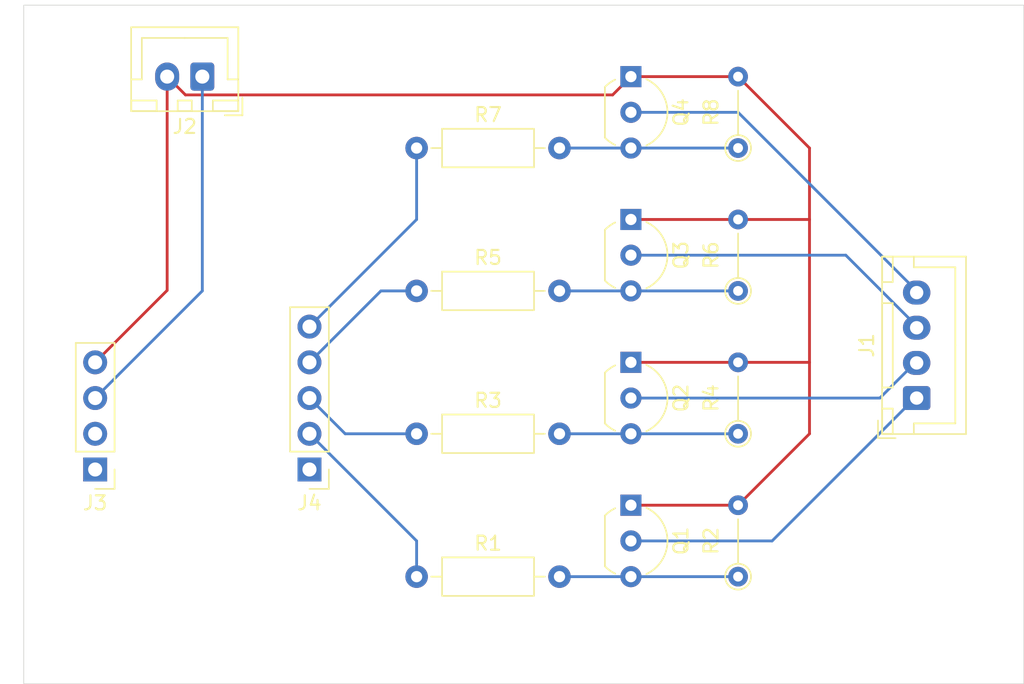
<source format=kicad_pcb>
(kicad_pcb (version 20241229) (generator "pcbnew") (generator_version "9.0")
  (layers (0 "F.Cu" signal) (2 "B.Cu" signal) (13 "F.Paste" user) (15 "B.Paste" user) (5 "F.SilkS" user "F.Silkscreen") (7 "B.SilkS" user "B.Silkscreen") (1 "F.Mask" user) (3 "B.Mask" user) (25 "Edge.Cuts" user))
  (net 0 "")
  (net 1 "BTN_A_HOUR")
  (net 2 "BTN_2_00")
  (net 3 "BTN_B_MINUTE")
  (net 4 "BTN_1_SET")
  (net 5 "GND")
  (net 7 "G33")
  (net 8 "G19")
  (net 9 "G23")
  (net 10 "G22")
  (net 11 "Net-(Q1-B)")
  (net 12 "Net-(Q2-B)")
  (net 13 "Net-(Q3-B)")
  (net 14 "Net-(Q4-B)")
  (net 15 "+5V")
  (footprint "Resistor_THT:R_Axial_DIN0204_L3.6mm_D1.6mm_P5.08mm_Vertical" (layer "F.Cu") (at 165.1 96.52 90)
    (property "Reference" "R6" (at 2.54 -1.92 90) (layer "F.SilkS"))
    (property "Value" "R")
    (fp_line (start 0.92 0) (end 4.08 0) (stroke (width 0.12)) (layer "F.SilkS"))
    (fp_circle (center 0 0) (end 0.92 0) (stroke (width 0.12)) (fill no) (layer "F.SilkS"))
    (pad "1" thru_hole circle (at 0 0 90) (size 1.4 1.4) (drill 0.7) (layers "*.Cu" "*.Mask") (net 13 "Net-(Q3-B)"))
    (pad "2" thru_hole circle (at 5.08 0 90) (size 1.4 1.4) (drill 0.7) (layers "*.Cu" "*.Mask") (net 5 "GND"))
  )
  (footprint "Connector_PinHeader_2.54mm:PinHeader_1x04_P2.54mm_Vertical" (layer "F.Cu") (at 119.38 109.22 180)
    (property "Reference" "J3" (at 0 -2.38 0) (layer "F.SilkS"))
    (property "Value" "M5ATOM Left side")
    (fp_line (start 1.38 1.27) (end 1.38 9) (stroke (width 0.12)) (layer "F.SilkS"))
    (fp_line (start -1.38 9) (end 1.38 9) (stroke (width 0.12)) (layer "F.SilkS"))
    (fp_line (start -1.38 1.27) (end 1.38 1.27) (stroke (width 0.12)) (layer "F.SilkS"))
    (fp_line (start -1.38 1.27) (end -1.38 9) (stroke (width 0.12)) (layer "F.SilkS"))
    (fp_line (start -1.38 0) (end -1.38 -1.38) (stroke (width 0.12)) (layer "F.SilkS"))
    (fp_line (start -1.38 -1.38) (end 0 -1.38) (stroke (width 0.12)) (layer "F.SilkS"))
    (pad "1" thru_hole rect (at 0 0 180) (size 1.7 1.7) (drill 1) (layers "*.Cu" "*.Mask"))
    (pad "2" thru_hole circle (at 0 2.54 180) (size 1.7 1.7) (drill 1) (layers "*.Cu" "*.Mask"))
    (pad "3" thru_hole circle (at 0 5.08 180) (size 1.7 1.7) (drill 1) (layers "*.Cu" "*.Mask") (net 15 "+5V"))
    (pad "4" thru_hole circle (at 0 7.62 180) (size 1.7 1.7) (drill 1) (layers "*.Cu" "*.Mask") (net 5 "GND"))
  )
  (footprint "Package_TO_SOT_THT:TO-92_Inline_Wide" (layer "F.Cu") (at 157.48 81.28 -90)
    (property "Reference" "Q4" (at 2.54 -3.56 90) (layer "F.SilkS"))
    (property "Value" "2SC1815")
    (fp_line (start 0.74 1.85) (end 4.34 1.85) (stroke (width 0.12)) (layer "F.SilkS"))
    (fp_arc (start 0.74 1.85) (mid 0.446097 1.509328) (end 0.215816 1.122795) (stroke (width 0.12)) (layer "F.SilkS"))
    (fp_arc (start 4.864184 1.122795) (mid 4.633903 1.509328) (end 4.34 1.85) (stroke (width 0.12)) (layer "F.SilkS"))
    (fp_arc (start 0.1836 -1.098807) (mid 1.143021 -2.192817) (end 2.54 -2.6) (stroke (width 0.12)) (layer "F.SilkS"))
    (fp_arc (start 2.54 -2.6) (mid 3.936979 -2.192818) (end 4.8964 -1.098807) (stroke (width 0.12)) (layer "F.SilkS"))
    (pad "1" thru_hole rect (at 0 0 270) (size 1.5 1.5) (drill 0.8) (layers "*.Cu" "*.Mask") (net 5 "GND"))
    (pad "2" thru_hole circle (at 2.54 0 270) (size 1.5 1.5) (drill 0.8) (layers "*.Cu" "*.Mask") (net 3 "BTN_B_MINUTE"))
    (pad "3" thru_hole circle (at 5.08 0 270) (size 1.5 1.5) (drill 0.8) (layers "*.Cu" "*.Mask") (net 14 "Net-(Q4-B)"))
  )
  (footprint "Resistor_THT:R_Axial_DIN0207_L6.3mm_D2.5mm_P10.16mm_Horizontal" (layer "F.Cu") (at 142.24 86.36)
    (property "Reference" "R7" (at 5.08 -2.37 0) (layer "F.SilkS"))
    (property "Value" "R")
    (fp_line (start 1.04 0) (end 1.81 0) (stroke (width 0.12)) (layer "F.SilkS"))
    (fp_line (start 9.12 0) (end 8.35 0) (stroke (width 0.12)) (layer "F.SilkS"))
    (fp_rect (start 1.81 -1.37) (end 8.35 1.37) (stroke (width 0.12)) (fill no) (layer "F.SilkS"))
    (pad "1" thru_hole circle (at 0 0) (size 1.6 1.6) (drill 0.8) (layers "*.Cu" "*.Mask") (net 7 "G33"))
    (pad "2" thru_hole circle (at 10.16 0) (size 1.6 1.6) (drill 0.8) (layers "*.Cu" "*.Mask") (net 14 "Net-(Q4-B)"))
  )
  (footprint "Resistor_THT:R_Axial_DIN0204_L3.6mm_D1.6mm_P5.08mm_Vertical" (layer "F.Cu") (at 165.1 106.68 90)
    (property "Reference" "R4" (at 2.54 -1.92 90) (layer "F.SilkS"))
    (property "Value" "R")
    (fp_line (start 0.92 0) (end 4.08 0) (stroke (width 0.12)) (layer "F.SilkS"))
    (fp_circle (center 0 0) (end 0.92 0) (stroke (width 0.12)) (fill no) (layer "F.SilkS"))
    (pad "1" thru_hole circle (at 0 0 90) (size 1.4 1.4) (drill 0.7) (layers "*.Cu" "*.Mask") (net 12 "Net-(Q2-B)"))
    (pad "2" thru_hole circle (at 5.08 0 90) (size 1.4 1.4) (drill 0.7) (layers "*.Cu" "*.Mask") (net 5 "GND"))
  )
  (footprint "Resistor_THT:R_Axial_DIN0204_L3.6mm_D1.6mm_P5.08mm_Vertical" (layer "F.Cu") (at 165.1 86.36 90)
    (property "Reference" "R8" (at 2.54 -1.92 90) (layer "F.SilkS"))
    (property "Value" "R")
    (fp_line (start 0.92 0) (end 4.08 0) (stroke (width 0.12)) (layer "F.SilkS"))
    (fp_circle (center 0 0) (end 0.92 0) (stroke (width 0.12)) (fill no) (layer "F.SilkS"))
    (pad "1" thru_hole circle (at 0 0 90) (size 1.4 1.4) (drill 0.7) (layers "*.Cu" "*.Mask") (net 14 "Net-(Q4-B)"))
    (pad "2" thru_hole circle (at 5.08 0 90) (size 1.4 1.4) (drill 0.7) (layers "*.Cu" "*.Mask") (net 5 "GND"))
  )
  (footprint "Resistor_THT:R_Axial_DIN0207_L6.3mm_D2.5mm_P10.16mm_Horizontal" (layer "F.Cu") (at 142.24 116.84)
    (property "Reference" "R1" (at 5.08 -2.37 0) (layer "F.SilkS"))
    (property "Value" "R")
    (fp_line (start 1.04 0) (end 1.81 0) (stroke (width 0.12)) (layer "F.SilkS"))
    (fp_line (start 9.12 0) (end 8.35 0) (stroke (width 0.12)) (layer "F.SilkS"))
    (fp_rect (start 1.81 -1.37) (end 8.35 1.37) (stroke (width 0.12)) (fill no) (layer "F.SilkS"))
    (pad "1" thru_hole circle (at 0 0) (size 1.6 1.6) (drill 0.8) (layers "*.Cu" "*.Mask") (net 10 "G22"))
    (pad "2" thru_hole circle (at 10.16 0) (size 1.6 1.6) (drill 0.8) (layers "*.Cu" "*.Mask") (net 11 "Net-(Q1-B)"))
  )
  (footprint "Resistor_THT:R_Axial_DIN0204_L3.6mm_D1.6mm_P5.08mm_Vertical" (layer "F.Cu") (at 165.1 116.84 90)
    (property "Reference" "R2" (at 2.54 -1.92 90) (layer "F.SilkS"))
    (property "Value" "R")
    (fp_line (start 0.92 0) (end 4.08 0) (stroke (width 0.12)) (layer "F.SilkS"))
    (fp_circle (center 0 0) (end 0.92 0) (stroke (width 0.12)) (fill no) (layer "F.SilkS"))
    (pad "1" thru_hole circle (at 0 0 90) (size 1.4 1.4) (drill 0.7) (layers "*.Cu" "*.Mask") (net 11 "Net-(Q1-B)"))
    (pad "2" thru_hole circle (at 5.08 0 90) (size 1.4 1.4) (drill 0.7) (layers "*.Cu" "*.Mask") (net 5 "GND"))
  )
  (footprint "Package_TO_SOT_THT:TO-92_Inline_Wide" (layer "F.Cu") (at 157.48 101.6 -90)
    (property "Reference" "Q2" (at 2.54 -3.56 90) (layer "F.SilkS"))
    (property "Value" "2SC1815")
    (fp_line (start 0.74 1.85) (end 4.34 1.85) (stroke (width 0.12)) (layer "F.SilkS"))
    (fp_arc (start 0.74 1.85) (mid 0.446097 1.509328) (end 0.215816 1.122795) (stroke (width 0.12)) (layer "F.SilkS"))
    (fp_arc (start 4.864184 1.122795) (mid 4.633903 1.509328) (end 4.34 1.85) (stroke (width 0.12)) (layer "F.SilkS"))
    (fp_arc (start 0.1836 -1.098807) (mid 1.143021 -2.192817) (end 2.54 -2.6) (stroke (width 0.12)) (layer "F.SilkS"))
    (fp_arc (start 2.54 -2.6) (mid 3.936979 -2.192818) (end 4.8964 -1.098807) (stroke (width 0.12)) (layer "F.SilkS"))
    (pad "1" thru_hole rect (at 0 0 270) (size 1.5 1.5) (drill 0.8) (layers "*.Cu" "*.Mask") (net 5 "GND"))
    (pad "2" thru_hole circle (at 2.54 0 270) (size 1.5 1.5) (drill 0.8) (layers "*.Cu" "*.Mask") (net 2 "BTN_2_00"))
    (pad "3" thru_hole circle (at 5.08 0 270) (size 1.5 1.5) (drill 0.8) (layers "*.Cu" "*.Mask") (net 12 "Net-(Q2-B)"))
  )
  (footprint "Connector_JST:JST_XH_B4B-XH-A_1x04_P2.50mm_Vertical" (layer "F.Cu") (at 177.8 104.14 90)
    (property "Reference" "J1" (at 3.75 -3.55 90) (layer "F.SilkS"))
    (property "Value" "DigitalClock")
    (fp_line (start -1.6 -2.75) (end -2.85 -2.75) (stroke (width 0.12)) (layer "F.SilkS"))
    (fp_line (start -2.85 -2.75) (end -2.85 -1.5) (stroke (width 0.12)) (layer "F.SilkS"))
    (fp_line (start 10.06 -2.46) (end -2.56 -2.46) (stroke (width 0.12)) (layer "F.SilkS"))
    (fp_line (start -2.56 -2.46) (end -2.56 3.51) (stroke (width 0.12)) (layer "F.SilkS"))
    (fp_line (start 10.05 -2.45) (end 8.25 -2.45) (stroke (width 0.12)) (layer "F.SilkS"))
    (fp_line (start 8.25 -2.45) (end 8.25 -1.7) (stroke (width 0.12)) (layer "F.SilkS"))
    (fp_line (start 6.75 -2.45) (end 0.75 -2.45) (stroke (width 0.12)) (layer "F.SilkS"))
    (fp_line (start 0.75 -2.45) (end 0.75 -1.7) (stroke (width 0.12)) (layer "F.SilkS"))
    (fp_line (start -0.75 -2.45) (end -2.55 -2.45) (stroke (width 0.12)) (layer "F.SilkS"))
    (fp_line (start -2.55 -2.45) (end -2.55 -1.7) (stroke (width 0.12)) (layer "F.SilkS"))
    (fp_line (start 10.05 -1.7) (end 10.05 -2.45) (stroke (width 0.12)) (layer "F.SilkS"))
    (fp_line (start 8.25 -1.7) (end 10.05 -1.7) (stroke (width 0.12)) (layer "F.SilkS"))
    (fp_line (start 6.75 -1.7) (end 6.75 -2.45) (stroke (width 0.12)) (layer "F.SilkS"))
    (fp_line (start 0.75 -1.7) (end 6.75 -1.7) (stroke (width 0.12)) (layer "F.SilkS"))
    (fp_line (start -0.75 -1.7) (end -0.75 -2.45) (stroke (width 0.12)) (layer "F.SilkS"))
    (fp_line (start -2.55 -1.7) (end -0.75 -1.7) (stroke (width 0.12)) (layer "F.SilkS"))
    (fp_line (start 10.05 -0.2) (end 9.3 -0.2) (stroke (width 0.12)) (layer "F.SilkS"))
    (fp_line (start 9.3 -0.2) (end 9.3 2.75) (stroke (width 0.12)) (layer "F.SilkS"))
    (fp_line (start -1.8 -0.2) (end -1.8 2.75) (stroke (width 0.12)) (layer "F.SilkS"))
    (fp_line (start -2.55 -0.2) (end -1.8 -0.2) (stroke (width 0.12)) (layer "F.SilkS"))
    (fp_line (start 9.3 2.75) (end 3.75 2.75) (stroke (width 0.12)) (layer "F.SilkS"))
    (fp_line (start -1.8 2.75) (end 3.75 2.75) (stroke (width 0.12)) (layer "F.SilkS"))
    (fp_line (start 10.06 3.51) (end 10.06 -2.46) (stroke (width 0.12)) (layer "F.SilkS"))
    (fp_line (start -2.56 3.51) (end 10.06 3.51) (stroke (width 0.12)) (layer "F.SilkS"))
    (pad "1" thru_hole roundrect (at 0 0 90) (size 1.7 1.95) (drill 0.95) (layers "*.Cu" "*.Mask") (roundrect_rratio 0.147059) (net 4 "BTN_1_SET"))
    (pad "2" thru_hole oval (at 2.5 0 90) (size 1.7 1.95) (drill 0.95) (layers "*.Cu" "*.Mask") (net 2 "BTN_2_00"))
    (pad "3" thru_hole oval (at 5 0 90) (size 1.7 1.95) (drill 0.95) (layers "*.Cu" "*.Mask") (net 1 "BTN_A_HOUR"))
    (pad "4" thru_hole oval (at 7.5 0 90) (size 1.7 1.95) (drill 0.95) (layers "*.Cu" "*.Mask") (net 3 "BTN_B_MINUTE"))
  )
  (footprint "Resistor_THT:R_Axial_DIN0207_L6.3mm_D2.5mm_P10.16mm_Horizontal" (layer "F.Cu") (at 142.24 106.68)
    (property "Reference" "R3" (at 5.08 -2.37 0) (layer "F.SilkS"))
    (property "Value" "R")
    (fp_line (start 1.04 0) (end 1.81 0) (stroke (width 0.12)) (layer "F.SilkS"))
    (fp_line (start 9.12 0) (end 8.35 0) (stroke (width 0.12)) (layer "F.SilkS"))
    (fp_rect (start 1.81 -1.37) (end 8.35 1.37) (stroke (width 0.12)) (fill no) (layer "F.SilkS"))
    (pad "1" thru_hole circle (at 0 0) (size 1.6 1.6) (drill 0.8) (layers "*.Cu" "*.Mask") (net 8 "G19"))
    (pad "2" thru_hole circle (at 10.16 0) (size 1.6 1.6) (drill 0.8) (layers "*.Cu" "*.Mask") (net 12 "Net-(Q2-B)"))
  )
  (footprint "Package_TO_SOT_THT:TO-92_Inline_Wide" (layer "F.Cu") (at 157.48 111.76 -90)
    (property "Reference" "Q1" (at 2.54 -3.56 270) (layer "F.SilkS"))
    (property "Value" "2SC1815")
    (fp_line (start 0.74 1.85) (end 4.34 1.85) (stroke (width 0.12)) (layer "F.SilkS"))
    (fp_arc (start 0.74 1.85) (mid 0.446097 1.509328) (end 0.215816 1.122795) (stroke (width 0.12)) (layer "F.SilkS"))
    (fp_arc (start 4.864184 1.122795) (mid 4.633903 1.509328) (end 4.34 1.85) (stroke (width 0.12)) (layer "F.SilkS"))
    (fp_arc (start 0.1836 -1.098807) (mid 1.143021 -2.192817) (end 2.54 -2.6) (stroke (width 0.12)) (layer "F.SilkS"))
    (fp_arc (start 2.54 -2.6) (mid 3.936979 -2.192818) (end 4.8964 -1.098807) (stroke (width 0.12)) (layer "F.SilkS"))
    (pad "1" thru_hole rect (at 0 0 270) (size 1.5 1.5) (drill 0.8) (layers "*.Cu" "*.Mask") (net 5 "GND"))
    (pad "2" thru_hole circle (at 2.54 0 270) (size 1.5 1.5) (drill 0.8) (layers "*.Cu" "*.Mask") (net 4 "BTN_1_SET"))
    (pad "3" thru_hole circle (at 5.08 0 270) (size 1.5 1.5) (drill 0.8) (layers "*.Cu" "*.Mask") (net 11 "Net-(Q1-B)"))
  )
  (footprint "Package_TO_SOT_THT:TO-92_Inline_Wide" (layer "F.Cu") (at 157.48 91.44 -90)
    (property "Reference" "Q3" (at 2.54 -3.56 90) (layer "F.SilkS"))
    (property "Value" "2SC1815")
    (fp_line (start 0.74 1.85) (end 4.34 1.85) (stroke (width 0.12)) (layer "F.SilkS"))
    (fp_arc (start 0.74 1.85) (mid 0.446097 1.509328) (end 0.215816 1.122795) (stroke (width 0.12)) (layer "F.SilkS"))
    (fp_arc (start 4.864184 1.122795) (mid 4.633903 1.509328) (end 4.34 1.85) (stroke (width 0.12)) (layer "F.SilkS"))
    (fp_arc (start 0.1836 -1.098807) (mid 1.143021 -2.192817) (end 2.54 -2.6) (stroke (width 0.12)) (layer "F.SilkS"))
    (fp_arc (start 2.54 -2.6) (mid 3.936979 -2.192818) (end 4.8964 -1.098807) (stroke (width 0.12)) (layer "F.SilkS"))
    (pad "1" thru_hole rect (at 0 0 270) (size 1.5 1.5) (drill 0.8) (layers "*.Cu" "*.Mask") (net 5 "GND"))
    (pad "2" thru_hole circle (at 2.54 0 270) (size 1.5 1.5) (drill 0.8) (layers "*.Cu" "*.Mask") (net 1 "BTN_A_HOUR"))
    (pad "3" thru_hole circle (at 5.08 0 270) (size 1.5 1.5) (drill 0.8) (layers "*.Cu" "*.Mask") (net 13 "Net-(Q3-B)"))
  )
  (footprint "Resistor_THT:R_Axial_DIN0207_L6.3mm_D2.5mm_P10.16mm_Horizontal" (layer "F.Cu") (at 142.24 96.52)
    (property "Reference" "R5" (at 5.08 -2.37 0) (layer "F.SilkS"))
    (property "Value" "R")
    (fp_line (start 1.04 0) (end 1.81 0) (stroke (width 0.12)) (layer "F.SilkS"))
    (fp_line (start 9.12 0) (end 8.35 0) (stroke (width 0.12)) (layer "F.SilkS"))
    (fp_rect (start 1.81 -1.37) (end 8.35 1.37) (stroke (width 0.12)) (fill no) (layer "F.SilkS"))
    (pad "1" thru_hole circle (at 0 0) (size 1.6 1.6) (drill 0.8) (layers "*.Cu" "*.Mask") (net 9 "G23"))
    (pad "2" thru_hole circle (at 10.16 0) (size 1.6 1.6) (drill 0.8) (layers "*.Cu" "*.Mask") (net 13 "Net-(Q3-B)"))
  )
  (footprint "Connector_JST:JST_XH_B2B-XH-A_1x02_P2.50mm_Vertical" (layer "F.Cu") (at 127 81.28 180)
    (property "Reference" "J2" (at 1.25 -3.55 0) (layer "F.SilkS"))
    (property "Value" "Power")
    (fp_line (start 5.06 3.51) (end 5.06 -2.46) (stroke (width 0.12)) (layer "F.SilkS"))
    (fp_line (start 5.06 -2.46) (end -2.56 -2.46) (stroke (width 0.12)) (layer "F.SilkS"))
    (fp_line (start 5.05 -0.2) (end 4.3 -0.2) (stroke (width 0.12)) (layer "F.SilkS"))
    (fp_line (start 5.05 -1.7) (end 5.05 -2.45) (stroke (width 0.12)) (layer "F.SilkS"))
    (fp_line (start 5.05 -2.45) (end 3.25 -2.45) (stroke (width 0.12)) (layer "F.SilkS"))
    (fp_line (start 4.3 2.75) (end 1.25 2.75) (stroke (width 0.12)) (layer "F.SilkS"))
    (fp_line (start 4.3 -0.2) (end 4.3 2.75) (stroke (width 0.12)) (layer "F.SilkS"))
    (fp_line (start 3.25 -1.7) (end 5.05 -1.7) (stroke (width 0.12)) (layer "F.SilkS"))
    (fp_line (start 3.25 -2.45) (end 3.25 -1.7) (stroke (width 0.12)) (layer "F.SilkS"))
    (fp_line (start 1.75 -1.7) (end 1.75 -2.45) (stroke (width 0.12)) (layer "F.SilkS"))
    (fp_line (start 1.75 -2.45) (end 0.75 -2.45) (stroke (width 0.12)) (layer "F.SilkS"))
    (fp_line (start 0.75 -1.7) (end 1.75 -1.7) (stroke (width 0.12)) (layer "F.SilkS"))
    (fp_line (start 0.75 -2.45) (end 0.75 -1.7) (stroke (width 0.12)) (layer "F.SilkS"))
    (fp_line (start -0.75 -1.7) (end -0.75 -2.45) (stroke (width 0.12)) (layer "F.SilkS"))
    (fp_line (start -0.75 -2.45) (end -2.55 -2.45) (stroke (width 0.12)) (layer "F.SilkS"))
    (fp_line (start -1.6 -2.75) (end -2.85 -2.75) (stroke (width 0.12)) (layer "F.SilkS"))
    (fp_line (start -1.8 2.75) (end 1.25 2.75) (stroke (width 0.12)) (layer "F.SilkS"))
    (fp_line (start -1.8 -0.2) (end -1.8 2.75) (stroke (width 0.12)) (layer "F.SilkS"))
    (fp_line (start -2.55 -0.2) (end -1.8 -0.2) (stroke (width 0.12)) (layer "F.SilkS"))
    (fp_line (start -2.55 -1.7) (end -0.75 -1.7) (stroke (width 0.12)) (layer "F.SilkS"))
    (fp_line (start -2.55 -2.45) (end -2.55 -1.7) (stroke (width 0.12)) (layer "F.SilkS"))
    (fp_line (start -2.56 3.51) (end 5.06 3.51) (stroke (width 0.12)) (layer "F.SilkS"))
    (fp_line (start -2.56 -2.46) (end -2.56 3.51) (stroke (width 0.12)) (layer "F.SilkS"))
    (fp_line (start -2.85 -2.75) (end -2.85 -1.5) (stroke (width 0.12)) (layer "F.SilkS"))
    (pad "1" thru_hole roundrect (at 0 0 180) (size 1.7 2) (drill 1) (layers "*.Cu" "*.Mask") (roundrect_rratio 0.147059) (net 15 "+5V"))
    (pad "2" thru_hole oval (at 2.5 0 180) (size 1.7 2) (drill 1) (layers "*.Cu" "*.Mask") (net 5 "GND"))
  )
  (footprint "Connector_PinHeader_2.54mm:PinHeader_1x05_P2.54mm_Vertical" (layer "F.Cu") (at 134.62 109.22 180)
    (property "Reference" "J4" (at 0 -2.38 0) (layer "F.SilkS"))
    (property "Value" "M5ATOM Right side")
    (fp_line (start 1.38 1.27) (end 1.38 11.54) (stroke (width 0.12)) (layer "F.SilkS"))
    (fp_line (start -1.38 11.54) (end 1.38 11.54) (stroke (width 0.12)) (layer "F.SilkS"))
    (fp_line (start -1.38 1.27) (end 1.38 1.27) (stroke (width 0.12)) (layer "F.SilkS"))
    (fp_line (start -1.38 1.27) (end -1.38 11.54) (stroke (width 0.12)) (layer "F.SilkS"))
    (fp_line (start -1.38 0) (end -1.38 -1.38) (stroke (width 0.12)) (layer "F.SilkS"))
    (fp_line (start -1.38 -1.38) (end 0 -1.38) (stroke (width 0.12)) (layer "F.SilkS"))
    (pad "1" thru_hole rect (at 0 0 180) (size 1.7 1.7) (drill 1) (layers "*.Cu" "*.Mask"))
    (pad "2" thru_hole circle (at 0 2.54 180) (size 1.7 1.7) (drill 1) (layers "*.Cu" "*.Mask") (net 10 "G22"))
    (pad "3" thru_hole circle (at 0 5.08 180) (size 1.7 1.7) (drill 1) (layers "*.Cu" "*.Mask") (net 8 "G19"))
    (pad "4" thru_hole circle (at 0 7.62 180) (size 1.7 1.7) (drill 1) (layers "*.Cu" "*.Mask") (net 9 "G23"))
    (pad "5" thru_hole circle (at 0 10.16 180) (size 1.7 1.7) (drill 1) (layers "*.Cu" "*.Mask") (net 7 "G33"))
  )
  (gr_rect (start 114.3 76.2) (end 185.42 124.46) (stroke (width 0.05)) (fill no) (layer "Edge.Cuts"))
  (segment (start 172.76 93.98) (end 177.8 99.02) (width 0.2) (layer "B.Cu") (net 1))
  (segment (start 157.48 93.98) (end 172.76 93.98) (width 0.2) (layer "B.Cu") (net 1))
  (segment (start 175.18 104.14) (end 177.8 101.52) (width 0.2) (layer "B.Cu") (net 2))
  (segment (start 157.48 104.14) (end 175.18 104.14) (width 0.2) (layer "B.Cu") (net 2))
  (segment (start 157.48 83.82) (end 165.1 83.82) (width 0.2) (layer "B.Cu") (net 3))
  (segment (start 165.1 83.82) (end 177.8 96.52) (width 0.2) (layer "B.Cu") (net 3))
  (segment (start 167.52 114.3) (end 177.8 104.02) (width 0.2) (layer "B.Cu") (net 4))
  (segment (start 157.48 114.3) (end 167.52 114.3) (width 0.2) (layer "B.Cu") (net 4))
  (segment (start 170.18 86.36) (end 170.18 91.44) (width 0.2) (layer "F.Cu") (net 5))
  (segment (start 156.179 82.581) (end 125.801 82.581) (width 0.2) (layer "F.Cu") (net 5))
  (segment (start 170.18 101.6) (end 170.18 106.68) (width 0.2) (layer "F.Cu") (net 5))
  (segment (start 170.18 106.68) (end 165.1 111.76) (width 0.2) (layer "F.Cu") (net 5))
  (segment (start 165.1 81.28) (end 157.48 81.28) (width 0.2) (layer "F.Cu") (net 5))
  (segment (start 165.1 91.44) (end 170.18 91.44) (width 0.2) (layer "F.Cu") (net 5))
  (segment (start 124.5 81.28) (end 124.5 96.48) (width 0.2) (layer "F.Cu") (net 5))
  (segment (start 124.5 96.48) (end 119.38 101.6) (width 0.2) (layer "F.Cu") (net 5))
  (segment (start 165.1 81.28) (end 170.18 86.36) (width 0.2) (layer "F.Cu") (net 5))
  (segment (start 165.1 111.76) (end 157.48 111.76) (width 0.2) (layer "F.Cu") (net 5))
  (segment (start 125.801 82.581) (end 124.5 81.28) (width 0.2) (layer "F.Cu") (net 5))
  (segment (start 170.18 91.44) (end 170.18 101.6) (width 0.2) (layer "F.Cu") (net 5))
  (segment (start 165.1 101.6) (end 170.18 101.6) (width 0.2) (layer "F.Cu") (net 5))
  (segment (start 157.48 81.28) (end 156.179 82.581) (width 0.2) (layer "F.Cu") (net 5))
  (segment (start 165.1 91.44) (end 157.48 91.44) (width 0.2) (layer "F.Cu") (net 5))
  (segment (start 165.1 101.6) (end 157.48 101.6) (width 0.2) (layer "F.Cu") (net 5))
  (segment (start 142.24 91.44) (end 134.62 99.06) (width 0.2) (layer "B.Cu") (net 7))
  (segment (start 142.24 86.36) (end 142.24 91.44) (width 0.2) (layer "B.Cu") (net 7))
  (segment (start 137.16 106.68) (end 134.62 104.14) (width 0.2) (layer "B.Cu") (net 8))
  (segment (start 142.24 106.68) (end 137.16 106.68) (width 0.2) (layer "B.Cu") (net 8))
  (segment (start 142.24 96.52) (end 139.7 96.52) (width 0.2) (layer "B.Cu") (net 9))
  (segment (start 139.7 96.52) (end 134.62 101.6) (width 0.2) (layer "B.Cu") (net 9))
  (segment (start 142.24 114.3) (end 142.24 116.84) (width 0.2) (layer "B.Cu") (net 10))
  (segment (start 134.62 106.68) (end 142.24 114.3) (width 0.2) (layer "B.Cu") (net 10))
  (segment (start 165.1 116.84) (end 152.4 116.84) (width 0.2) (layer "B.Cu") (net 11))
  (segment (start 165.1 106.68) (end 152.4 106.68) (width 0.2) (layer "B.Cu") (net 12))
  (segment (start 165.1 96.52) (end 152.4 96.52) (width 0.2) (layer "B.Cu") (net 13))
  (segment (start 165.1 86.36) (end 152.4 86.36) (width 0.2) (layer "B.Cu") (net 14))
  (segment (start 127 96.52) (end 119.38 104.14) (width 0.2) (layer "B.Cu") (net 15))
  (segment (start 127 81.28) (end 127 96.52) (width 0.2) (layer "B.Cu") (net 15))
)
</source>
